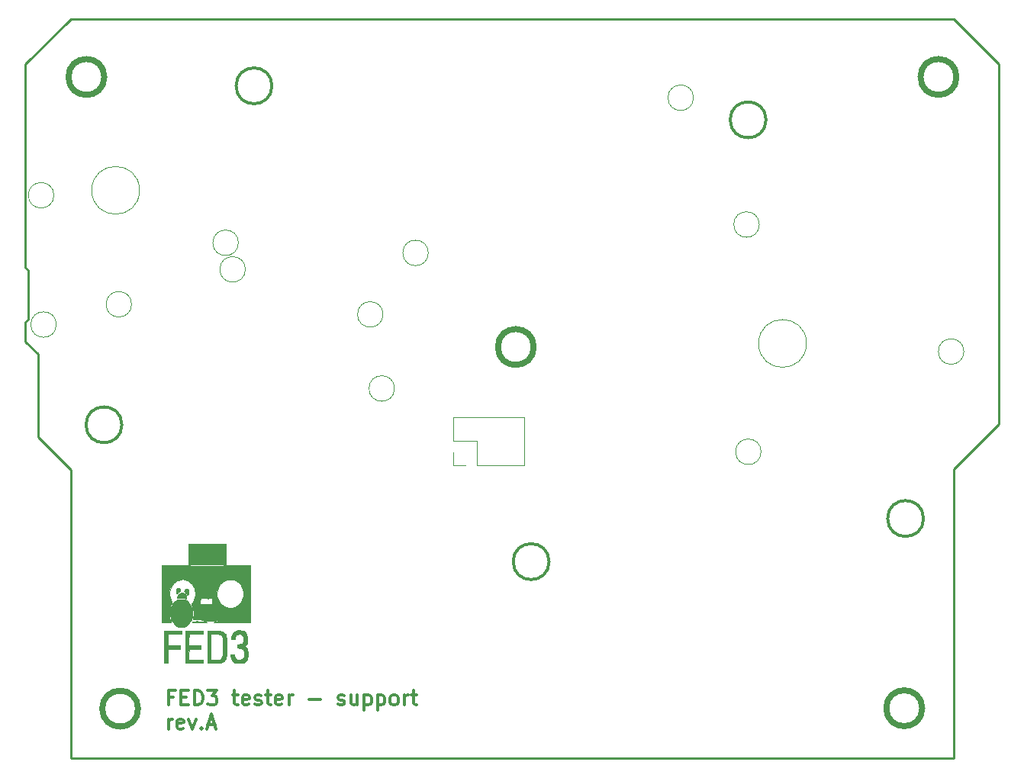
<source format=gbr>
%TF.GenerationSoftware,KiCad,Pcbnew,9.0.7*%
%TF.CreationDate,2026-02-04T16:30:55+00:00*%
%TF.ProjectId,FED3 tester - support,46454433-2074-4657-9374-6572202d2073,rev?*%
%TF.SameCoordinates,PX6146580PY6dc4960*%
%TF.FileFunction,Legend,Top*%
%TF.FilePolarity,Positive*%
%FSLAX46Y46*%
G04 Gerber Fmt 4.6, Leading zero omitted, Abs format (unit mm)*
G04 Created by KiCad (PCBNEW 9.0.7) date 2026-02-04 16:30:55*
%MOMM*%
%LPD*%
G01*
G04 APERTURE LIST*
%ADD10C,0.300000*%
%ADD11C,0.100000*%
%ADD12C,0.700000*%
%ADD13C,0.328168*%
%TA.AperFunction,Profile*%
%ADD14C,0.250000*%
%TD*%
G04 APERTURE END LIST*
D10*
X94641049Y26625000D02*
G75*
G02*
X90658951Y26625000I-1991049J0D01*
G01*
X90658951Y26625000D02*
G75*
G02*
X94641049Y26625000I1991049J0D01*
G01*
X53091049Y21833951D02*
G75*
G02*
X49108951Y21833951I-1991049J0D01*
G01*
X49108951Y21833951D02*
G75*
G02*
X53091049Y21833951I1991049J0D01*
G01*
D11*
X7651270Y63053600D02*
G75*
G02*
X2350930Y63053600I-2650170J0D01*
G01*
X2350930Y63053600D02*
G75*
G02*
X7651270Y63053600I2650170J0D01*
G01*
D10*
X5691049Y37025000D02*
G75*
G02*
X1708951Y37025000I-1991049J0D01*
G01*
X1708951Y37025000D02*
G75*
G02*
X5691049Y37025000I1991049J0D01*
G01*
D12*
X7491049Y5516049D02*
G75*
G02*
X3508951Y5516049I-1991049J0D01*
G01*
X3508951Y5516049D02*
G75*
G02*
X7491049Y5516049I1991049J0D01*
G01*
D11*
X81651119Y46053600D02*
G75*
G02*
X76351081Y46053600I-2650019J0D01*
G01*
X76351081Y46053600D02*
G75*
G02*
X81651119Y46053600I2650019J0D01*
G01*
D12*
X3741049Y75633951D02*
G75*
G02*
X-241049Y75633951I-1991049J0D01*
G01*
X-241049Y75633951D02*
G75*
G02*
X3741049Y75633951I1991049J0D01*
G01*
X51391049Y45660655D02*
G75*
G02*
X47408951Y45660655I-1991049J0D01*
G01*
X47408951Y45660655D02*
G75*
G02*
X51391049Y45660655I1991049J0D01*
G01*
X94491049Y5558951D02*
G75*
G02*
X90508951Y5558951I-1991049J0D01*
G01*
X90508951Y5558951D02*
G75*
G02*
X94491049Y5558951I1991049J0D01*
G01*
X98291049Y75633951D02*
G75*
G02*
X94308951Y75633951I-1991049J0D01*
G01*
X94308951Y75633951D02*
G75*
G02*
X98291049Y75633951I1991049J0D01*
G01*
D10*
X22341049Y74650000D02*
G75*
G02*
X18358951Y74650000I-1991049J0D01*
G01*
X18358951Y74650000D02*
G75*
G02*
X22341049Y74650000I1991049J0D01*
G01*
X77166049Y70875000D02*
G75*
G02*
X73183951Y70875000I-1991049J0D01*
G01*
X73183951Y70875000D02*
G75*
G02*
X77166049Y70875000I1991049J0D01*
G01*
D13*
X11403522Y6769021D02*
X10856576Y6769021D01*
X10856576Y5909533D02*
X10856576Y7550373D01*
X10856576Y7550373D02*
X11637928Y7550373D01*
X12263010Y6769021D02*
X12809956Y6769021D01*
X13044362Y5909533D02*
X12263010Y5909533D01*
X12263010Y5909533D02*
X12263010Y7550373D01*
X12263010Y7550373D02*
X13044362Y7550373D01*
X13747580Y5909533D02*
X13747580Y7550373D01*
X13747580Y7550373D02*
X14138256Y7550373D01*
X14138256Y7550373D02*
X14372662Y7472238D01*
X14372662Y7472238D02*
X14528932Y7315968D01*
X14528932Y7315968D02*
X14607067Y7159697D01*
X14607067Y7159697D02*
X14685203Y6847156D01*
X14685203Y6847156D02*
X14685203Y6612750D01*
X14685203Y6612750D02*
X14607067Y6300209D01*
X14607067Y6300209D02*
X14528932Y6143939D01*
X14528932Y6143939D02*
X14372662Y5987668D01*
X14372662Y5987668D02*
X14138256Y5909533D01*
X14138256Y5909533D02*
X13747580Y5909533D01*
X15232149Y7550373D02*
X16247907Y7550373D01*
X16247907Y7550373D02*
X15700961Y6925291D01*
X15700961Y6925291D02*
X15935366Y6925291D01*
X15935366Y6925291D02*
X16091637Y6847156D01*
X16091637Y6847156D02*
X16169772Y6769021D01*
X16169772Y6769021D02*
X16247907Y6612750D01*
X16247907Y6612750D02*
X16247907Y6222074D01*
X16247907Y6222074D02*
X16169772Y6065804D01*
X16169772Y6065804D02*
X16091637Y5987668D01*
X16091637Y5987668D02*
X15935366Y5909533D01*
X15935366Y5909533D02*
X15466555Y5909533D01*
X15466555Y5909533D02*
X15310284Y5987668D01*
X15310284Y5987668D02*
X15232149Y6065804D01*
X17966883Y7003427D02*
X18591965Y7003427D01*
X18201289Y7550373D02*
X18201289Y6143939D01*
X18201289Y6143939D02*
X18279424Y5987668D01*
X18279424Y5987668D02*
X18435694Y5909533D01*
X18435694Y5909533D02*
X18591965Y5909533D01*
X19763994Y5987668D02*
X19607723Y5909533D01*
X19607723Y5909533D02*
X19295182Y5909533D01*
X19295182Y5909533D02*
X19138912Y5987668D01*
X19138912Y5987668D02*
X19060776Y6143939D01*
X19060776Y6143939D02*
X19060776Y6769021D01*
X19060776Y6769021D02*
X19138912Y6925291D01*
X19138912Y6925291D02*
X19295182Y7003427D01*
X19295182Y7003427D02*
X19607723Y7003427D01*
X19607723Y7003427D02*
X19763994Y6925291D01*
X19763994Y6925291D02*
X19842129Y6769021D01*
X19842129Y6769021D02*
X19842129Y6612750D01*
X19842129Y6612750D02*
X19060776Y6456480D01*
X20467210Y5987668D02*
X20623481Y5909533D01*
X20623481Y5909533D02*
X20936022Y5909533D01*
X20936022Y5909533D02*
X21092292Y5987668D01*
X21092292Y5987668D02*
X21170428Y6143939D01*
X21170428Y6143939D02*
X21170428Y6222074D01*
X21170428Y6222074D02*
X21092292Y6378345D01*
X21092292Y6378345D02*
X20936022Y6456480D01*
X20936022Y6456480D02*
X20701616Y6456480D01*
X20701616Y6456480D02*
X20545346Y6534615D01*
X20545346Y6534615D02*
X20467210Y6690886D01*
X20467210Y6690886D02*
X20467210Y6769021D01*
X20467210Y6769021D02*
X20545346Y6925291D01*
X20545346Y6925291D02*
X20701616Y7003427D01*
X20701616Y7003427D02*
X20936022Y7003427D01*
X20936022Y7003427D02*
X21092292Y6925291D01*
X21639239Y7003427D02*
X22264321Y7003427D01*
X21873645Y7550373D02*
X21873645Y6143939D01*
X21873645Y6143939D02*
X21951780Y5987668D01*
X21951780Y5987668D02*
X22108050Y5909533D01*
X22108050Y5909533D02*
X22264321Y5909533D01*
X23436350Y5987668D02*
X23280079Y5909533D01*
X23280079Y5909533D02*
X22967538Y5909533D01*
X22967538Y5909533D02*
X22811268Y5987668D01*
X22811268Y5987668D02*
X22733132Y6143939D01*
X22733132Y6143939D02*
X22733132Y6769021D01*
X22733132Y6769021D02*
X22811268Y6925291D01*
X22811268Y6925291D02*
X22967538Y7003427D01*
X22967538Y7003427D02*
X23280079Y7003427D01*
X23280079Y7003427D02*
X23436350Y6925291D01*
X23436350Y6925291D02*
X23514485Y6769021D01*
X23514485Y6769021D02*
X23514485Y6612750D01*
X23514485Y6612750D02*
X22733132Y6456480D01*
X24217702Y5909533D02*
X24217702Y7003427D01*
X24217702Y6690886D02*
X24295837Y6847156D01*
X24295837Y6847156D02*
X24373972Y6925291D01*
X24373972Y6925291D02*
X24530243Y7003427D01*
X24530243Y7003427D02*
X24686513Y7003427D01*
X26483624Y6534615D02*
X27733788Y6534615D01*
X29687168Y5987668D02*
X29843439Y5909533D01*
X29843439Y5909533D02*
X30155980Y5909533D01*
X30155980Y5909533D02*
X30312250Y5987668D01*
X30312250Y5987668D02*
X30390386Y6143939D01*
X30390386Y6143939D02*
X30390386Y6222074D01*
X30390386Y6222074D02*
X30312250Y6378345D01*
X30312250Y6378345D02*
X30155980Y6456480D01*
X30155980Y6456480D02*
X29921574Y6456480D01*
X29921574Y6456480D02*
X29765304Y6534615D01*
X29765304Y6534615D02*
X29687168Y6690886D01*
X29687168Y6690886D02*
X29687168Y6769021D01*
X29687168Y6769021D02*
X29765304Y6925291D01*
X29765304Y6925291D02*
X29921574Y7003427D01*
X29921574Y7003427D02*
X30155980Y7003427D01*
X30155980Y7003427D02*
X30312250Y6925291D01*
X31796820Y7003427D02*
X31796820Y5909533D01*
X31093603Y7003427D02*
X31093603Y6143939D01*
X31093603Y6143939D02*
X31171738Y5987668D01*
X31171738Y5987668D02*
X31328008Y5909533D01*
X31328008Y5909533D02*
X31562414Y5909533D01*
X31562414Y5909533D02*
X31718685Y5987668D01*
X31718685Y5987668D02*
X31796820Y6065804D01*
X32578173Y7003427D02*
X32578173Y5362587D01*
X32578173Y6925291D02*
X32734443Y7003427D01*
X32734443Y7003427D02*
X33046984Y7003427D01*
X33046984Y7003427D02*
X33203255Y6925291D01*
X33203255Y6925291D02*
X33281390Y6847156D01*
X33281390Y6847156D02*
X33359525Y6690886D01*
X33359525Y6690886D02*
X33359525Y6222074D01*
X33359525Y6222074D02*
X33281390Y6065804D01*
X33281390Y6065804D02*
X33203255Y5987668D01*
X33203255Y5987668D02*
X33046984Y5909533D01*
X33046984Y5909533D02*
X32734443Y5909533D01*
X32734443Y5909533D02*
X32578173Y5987668D01*
X34062743Y7003427D02*
X34062743Y5362587D01*
X34062743Y6925291D02*
X34219013Y7003427D01*
X34219013Y7003427D02*
X34531554Y7003427D01*
X34531554Y7003427D02*
X34687825Y6925291D01*
X34687825Y6925291D02*
X34765960Y6847156D01*
X34765960Y6847156D02*
X34844095Y6690886D01*
X34844095Y6690886D02*
X34844095Y6222074D01*
X34844095Y6222074D02*
X34765960Y6065804D01*
X34765960Y6065804D02*
X34687825Y5987668D01*
X34687825Y5987668D02*
X34531554Y5909533D01*
X34531554Y5909533D02*
X34219013Y5909533D01*
X34219013Y5909533D02*
X34062743Y5987668D01*
X35781718Y5909533D02*
X35625448Y5987668D01*
X35625448Y5987668D02*
X35547313Y6065804D01*
X35547313Y6065804D02*
X35469177Y6222074D01*
X35469177Y6222074D02*
X35469177Y6690886D01*
X35469177Y6690886D02*
X35547313Y6847156D01*
X35547313Y6847156D02*
X35625448Y6925291D01*
X35625448Y6925291D02*
X35781718Y7003427D01*
X35781718Y7003427D02*
X36016124Y7003427D01*
X36016124Y7003427D02*
X36172395Y6925291D01*
X36172395Y6925291D02*
X36250530Y6847156D01*
X36250530Y6847156D02*
X36328665Y6690886D01*
X36328665Y6690886D02*
X36328665Y6222074D01*
X36328665Y6222074D02*
X36250530Y6065804D01*
X36250530Y6065804D02*
X36172395Y5987668D01*
X36172395Y5987668D02*
X36016124Y5909533D01*
X36016124Y5909533D02*
X35781718Y5909533D01*
X37031883Y5909533D02*
X37031883Y7003427D01*
X37031883Y6690886D02*
X37110018Y6847156D01*
X37110018Y6847156D02*
X37188153Y6925291D01*
X37188153Y6925291D02*
X37344424Y7003427D01*
X37344424Y7003427D02*
X37500694Y7003427D01*
X37813235Y7003427D02*
X38438317Y7003427D01*
X38047641Y7550373D02*
X38047641Y6143939D01*
X38047641Y6143939D02*
X38125776Y5987668D01*
X38125776Y5987668D02*
X38282046Y5909533D01*
X38282046Y5909533D02*
X38438317Y5909533D01*
X10856576Y3267872D02*
X10856576Y4361766D01*
X10856576Y4049225D02*
X10934711Y4205495D01*
X10934711Y4205495D02*
X11012846Y4283630D01*
X11012846Y4283630D02*
X11169117Y4361766D01*
X11169117Y4361766D02*
X11325387Y4361766D01*
X12497416Y3346007D02*
X12341145Y3267872D01*
X12341145Y3267872D02*
X12028604Y3267872D01*
X12028604Y3267872D02*
X11872334Y3346007D01*
X11872334Y3346007D02*
X11794198Y3502278D01*
X11794198Y3502278D02*
X11794198Y4127360D01*
X11794198Y4127360D02*
X11872334Y4283630D01*
X11872334Y4283630D02*
X12028604Y4361766D01*
X12028604Y4361766D02*
X12341145Y4361766D01*
X12341145Y4361766D02*
X12497416Y4283630D01*
X12497416Y4283630D02*
X12575551Y4127360D01*
X12575551Y4127360D02*
X12575551Y3971089D01*
X12575551Y3971089D02*
X11794198Y3814819D01*
X13122497Y4361766D02*
X13513173Y3267872D01*
X13513173Y3267872D02*
X13903850Y4361766D01*
X14528932Y3424143D02*
X14607067Y3346007D01*
X14607067Y3346007D02*
X14528932Y3267872D01*
X14528932Y3267872D02*
X14450796Y3346007D01*
X14450796Y3346007D02*
X14528932Y3424143D01*
X14528932Y3424143D02*
X14528932Y3267872D01*
X15232148Y3736684D02*
X16013501Y3736684D01*
X15075878Y3267872D02*
X15622825Y4908712D01*
X15622825Y4908712D02*
X16169771Y3267872D01*
D11*
%TO.C,TP6*%
X35941197Y41053600D02*
G75*
G02*
X33111003Y41053600I-1415097J0D01*
G01*
X33111003Y41053600D02*
G75*
G02*
X35941197Y41053600I1415097J0D01*
G01*
%TO.C,TP3*%
X18616197Y57228600D02*
G75*
G02*
X15786003Y57228600I-1415097J0D01*
G01*
X15786003Y57228600D02*
G75*
G02*
X18616197Y57228600I1415097J0D01*
G01*
%TO.C,TP11*%
X19391197Y54278600D02*
G75*
G02*
X16561003Y54278600I-1415097J0D01*
G01*
X16561003Y54278600D02*
G75*
G02*
X19391197Y54278600I1415097J0D01*
G01*
%TO.C,TP12*%
X34666197Y49278600D02*
G75*
G02*
X31836003Y49278600I-1415097J0D01*
G01*
X31836003Y49278600D02*
G75*
G02*
X34666197Y49278600I1415097J0D01*
G01*
%TO.C,TP7*%
X99116197Y45153600D02*
G75*
G02*
X96286003Y45153600I-1415097J0D01*
G01*
X96286003Y45153600D02*
G75*
G02*
X99116197Y45153600I1415097J0D01*
G01*
%TO.C,TP10*%
X-1858803Y62503600D02*
G75*
G02*
X-4688997Y62503600I-1415097J0D01*
G01*
X-4688997Y62503600D02*
G75*
G02*
X-1858803Y62503600I1415097J0D01*
G01*
%TO.C,TP8*%
X76416197Y59253600D02*
G75*
G02*
X73586003Y59253600I-1415097J0D01*
G01*
X73586003Y59253600D02*
G75*
G02*
X76416197Y59253600I1415097J0D01*
G01*
%TO.C,TP9*%
X-1583803Y48153600D02*
G75*
G02*
X-4413997Y48153600I-1415097J0D01*
G01*
X-4413997Y48153600D02*
G75*
G02*
X-1583803Y48153600I1415097J0D01*
G01*
%TO.C,TP4*%
X6766197Y50403600D02*
G75*
G02*
X3936003Y50403600I-1415097J0D01*
G01*
X3936003Y50403600D02*
G75*
G02*
X6766197Y50403600I1415097J0D01*
G01*
%TO.C,TP2*%
X76616197Y34028600D02*
G75*
G02*
X73786003Y34028600I-1415097J0D01*
G01*
X73786003Y34028600D02*
G75*
G02*
X76616197Y34028600I1415097J0D01*
G01*
%TO.C,J2*%
X42459050Y37863857D02*
X50299050Y37863857D01*
X42459050Y35213857D02*
X42459050Y37863857D01*
X42459050Y32563857D02*
X42459050Y33943857D01*
X43839050Y32563857D02*
X42459050Y32563857D01*
X45109050Y35213857D02*
X42459050Y35213857D01*
X45109050Y32563857D02*
X45109050Y35213857D01*
X45109050Y32563857D02*
X50299050Y32563857D01*
X50299050Y32563857D02*
X50299050Y37863857D01*
%TO.C,TP5*%
X69116197Y73328600D02*
G75*
G02*
X66286003Y73328600I-1415097J0D01*
G01*
X66286003Y73328600D02*
G75*
G02*
X69116197Y73328600I1415097J0D01*
G01*
%TO.C,TP13*%
X39691197Y56103600D02*
G75*
G02*
X36861003Y56103600I-1415097J0D01*
G01*
X36861003Y56103600D02*
G75*
G02*
X39691197Y56103600I1415097J0D01*
G01*
%TO.C,G\u002A\u002A\u002A*%
X15239789Y17747141D02*
X15223973Y17731325D01*
X15208157Y17747141D01*
X15223973Y17762956D01*
X15239789Y17747141D01*
G36*
X15239789Y17747141D02*
G01*
X15223973Y17731325D01*
X15208157Y17747141D01*
X15223973Y17762956D01*
X15239789Y17747141D01*
G37*
X16916252Y22523479D02*
X16916252Y21527091D01*
X15129079Y21527091D01*
X13341906Y21527091D01*
X13341906Y22523479D01*
X13341906Y23519868D01*
X15129079Y23519868D01*
X16916252Y23519868D01*
X16916252Y22523479D01*
G36*
X16916252Y22523479D02*
G01*
X16916252Y21527091D01*
X15129079Y21527091D01*
X13341906Y21527091D01*
X13341906Y22523479D01*
X13341906Y23519868D01*
X15129079Y23519868D01*
X16916252Y23519868D01*
X16916252Y22523479D01*
G37*
X12055857Y18911553D02*
X12134478Y18845437D01*
X12169401Y18733735D01*
X12171544Y18688374D01*
X12165797Y18598341D01*
X12140869Y18547987D01*
X12085237Y18514193D01*
X12084558Y18513892D01*
X11984240Y18458286D01*
X11926873Y18393185D01*
X11909808Y18356045D01*
X11866425Y18310919D01*
X11804742Y18304380D01*
X11754651Y18337408D01*
X11747905Y18350724D01*
X11731144Y18441931D01*
X11729966Y18566632D01*
X11742827Y18697421D01*
X11768184Y18806893D01*
X11774538Y18823624D01*
X11813760Y18897514D01*
X11863829Y18928019D01*
X11932333Y18933317D01*
X12055857Y18911553D01*
G36*
X12055857Y18911553D02*
G01*
X12134478Y18845437D01*
X12169401Y18733735D01*
X12171544Y18688374D01*
X12165797Y18598341D01*
X12140869Y18547987D01*
X12085237Y18514193D01*
X12084558Y18513892D01*
X11984240Y18458286D01*
X11926873Y18393185D01*
X11909808Y18356045D01*
X11866425Y18310919D01*
X11804742Y18304380D01*
X11754651Y18337408D01*
X11747905Y18350724D01*
X11731144Y18441931D01*
X11729966Y18566632D01*
X11742827Y18697421D01*
X11768184Y18806893D01*
X11774538Y18823624D01*
X11813760Y18897514D01*
X11863829Y18928019D01*
X11932333Y18933317D01*
X12055857Y18911553D01*
G37*
X12988306Y18790879D02*
X13063935Y18738264D01*
X13106140Y18641637D01*
X13120388Y18493686D01*
X13120486Y18476861D01*
X13108565Y18332198D01*
X13075647Y18221993D01*
X13025995Y18156690D01*
X12984259Y18143269D01*
X12946659Y18165847D01*
X12880928Y18225033D01*
X12799789Y18309132D01*
X12780449Y18330587D01*
X12701635Y18425522D01*
X12643067Y18508233D01*
X12615310Y18563481D01*
X12614384Y18570112D01*
X12631922Y18630724D01*
X12674662Y18707544D01*
X12679800Y18714923D01*
X12737605Y18777690D01*
X12808360Y18803341D01*
X12873786Y18806792D01*
X12988306Y18790879D01*
G36*
X12988306Y18790879D02*
G01*
X13063935Y18738264D01*
X13106140Y18641637D01*
X13120388Y18493686D01*
X13120486Y18476861D01*
X13108565Y18332198D01*
X13075647Y18221993D01*
X13025995Y18156690D01*
X12984259Y18143269D01*
X12946659Y18165847D01*
X12880928Y18225033D01*
X12799789Y18309132D01*
X12780449Y18330587D01*
X12701635Y18425522D01*
X12643067Y18508233D01*
X12615310Y18563481D01*
X12614384Y18570112D01*
X12631922Y18630724D01*
X12674662Y18707544D01*
X12679800Y18714923D01*
X12737605Y18777690D01*
X12808360Y18803341D01*
X12873786Y18806792D01*
X12988306Y18790879D01*
G37*
X14211785Y15214961D02*
X14405933Y15207774D01*
X14596880Y15196517D01*
X14774357Y15181664D01*
X14928092Y15163689D01*
X15047816Y15143067D01*
X15123257Y15120273D01*
X15144894Y15099625D01*
X15114648Y15092828D01*
X15029445Y15086720D01*
X14897591Y15081557D01*
X14727390Y15077594D01*
X14527147Y15075088D01*
X14322478Y15074289D01*
X14101849Y15075310D01*
X13903583Y15078185D01*
X13735984Y15082636D01*
X13607358Y15088380D01*
X13526009Y15095139D01*
X13500063Y15102047D01*
X13521817Y15142528D01*
X13552509Y15173218D01*
X13608601Y15193505D01*
X13712845Y15207349D01*
X13854971Y15215223D01*
X14024708Y15217602D01*
X14211785Y15214961D01*
G36*
X14211785Y15214961D02*
G01*
X14405933Y15207774D01*
X14596880Y15196517D01*
X14774357Y15181664D01*
X14928092Y15163689D01*
X15047816Y15143067D01*
X15123257Y15120273D01*
X15144894Y15099625D01*
X15114648Y15092828D01*
X15029445Y15086720D01*
X14897591Y15081557D01*
X14727390Y15077594D01*
X14527147Y15075088D01*
X14322478Y15074289D01*
X14101849Y15075310D01*
X13903583Y15078185D01*
X13735984Y15082636D01*
X13607358Y15088380D01*
X13526009Y15095139D01*
X13500063Y15102047D01*
X13521817Y15142528D01*
X13552509Y15173218D01*
X13608601Y15193505D01*
X13712845Y15207349D01*
X13854971Y15215223D01*
X14024708Y15217602D01*
X14211785Y15214961D01*
G37*
X14670424Y13998822D02*
X14670424Y13809034D01*
X14472728Y13806118D01*
X14375009Y13805096D01*
X14229094Y13804106D01*
X14050050Y13803226D01*
X13852943Y13802531D01*
X13701285Y13802176D01*
X13127538Y13801150D01*
X13122446Y13172464D01*
X13117355Y12543778D01*
X13783179Y12543778D01*
X14449004Y12543778D01*
X14449004Y12353990D01*
X14449004Y12164202D01*
X13788371Y12164202D01*
X13127738Y12164202D01*
X13122522Y11547390D01*
X13117307Y10930578D01*
X13893865Y10930578D01*
X14670424Y10930578D01*
X14670424Y10756605D01*
X14670424Y10582633D01*
X13705667Y10582633D01*
X12740909Y10582633D01*
X12740909Y12385621D01*
X12740909Y14188610D01*
X13705667Y14188610D01*
X14670424Y14188610D01*
X14670424Y13998822D01*
G36*
X14670424Y13998822D02*
G01*
X14670424Y13809034D01*
X14472728Y13806118D01*
X14375009Y13805096D01*
X14229094Y13804106D01*
X14050050Y13803226D01*
X13852943Y13802531D01*
X13701285Y13802176D01*
X13127538Y13801150D01*
X13122446Y13172464D01*
X13117355Y12543778D01*
X13783179Y12543778D01*
X14449004Y12543778D01*
X14449004Y12353990D01*
X14449004Y12164202D01*
X13788371Y12164202D01*
X13127738Y12164202D01*
X13122522Y11547390D01*
X13117307Y10930578D01*
X13893865Y10930578D01*
X14670424Y10930578D01*
X14670424Y10756605D01*
X14670424Y10582633D01*
X13705667Y10582633D01*
X12740909Y10582633D01*
X12740909Y12385621D01*
X12740909Y14188610D01*
X13705667Y14188610D01*
X14670424Y14188610D01*
X14670424Y13998822D01*
G37*
X12298080Y13990914D02*
X12298090Y13793218D01*
X11542407Y13799567D01*
X10786724Y13805916D01*
X10781702Y13159032D01*
X10776679Y12512147D01*
X11458296Y12512147D01*
X12139913Y12512147D01*
X12139913Y12322359D01*
X12139913Y12132570D01*
X11463353Y12132570D01*
X11228611Y12131724D01*
X11050968Y12128945D01*
X10924278Y12123873D01*
X10842398Y12116148D01*
X10799183Y12105411D01*
X10788261Y12093031D01*
X10788472Y12051256D01*
X10788264Y11955643D01*
X10787679Y11815614D01*
X10786760Y11640593D01*
X10785549Y11440002D01*
X10784747Y11318062D01*
X10779764Y10582633D01*
X10589975Y10582633D01*
X10400187Y10582633D01*
X10400187Y12385621D01*
X10400187Y14188610D01*
X11349129Y14188610D01*
X12298070Y14188610D01*
X12298080Y13990914D01*
G36*
X12298080Y13990914D02*
G01*
X12298090Y13793218D01*
X11542407Y13799567D01*
X10786724Y13805916D01*
X10781702Y13159032D01*
X10776679Y12512147D01*
X11458296Y12512147D01*
X12139913Y12512147D01*
X12139913Y12322359D01*
X12139913Y12132570D01*
X11463353Y12132570D01*
X11228611Y12131724D01*
X11050968Y12128945D01*
X10924278Y12123873D01*
X10842398Y12116148D01*
X10799183Y12105411D01*
X10788261Y12093031D01*
X10788472Y12051256D01*
X10788264Y11955643D01*
X10787679Y11815614D01*
X10786760Y11640593D01*
X10785549Y11440002D01*
X10784747Y11318062D01*
X10779764Y10582633D01*
X10589975Y10582633D01*
X10400187Y10582633D01*
X10400187Y12385621D01*
X10400187Y14188610D01*
X11349129Y14188610D01*
X12298070Y14188610D01*
X12298080Y13990914D01*
G37*
X12482889Y18357018D02*
X12588037Y18337725D01*
X12639289Y18304597D01*
X12646015Y18281185D01*
X12671364Y18242327D01*
X12692819Y18237427D01*
X12741446Y18208961D01*
X12790776Y18135109D01*
X12833136Y18033191D01*
X12860853Y17920528D01*
X12867435Y17843295D01*
X12856500Y17743909D01*
X12820477Y17700902D01*
X12754538Y17712049D01*
X12679519Y17756708D01*
X12623383Y17784062D01*
X12541614Y17800804D01*
X12420495Y17808874D01*
X12299942Y17810403D01*
X12157446Y17807596D01*
X12029994Y17800078D01*
X11937056Y17789209D01*
X11910586Y17783251D01*
X11853236Y17769671D01*
X11829003Y17787630D01*
X11823655Y17851527D01*
X11823599Y17871253D01*
X11835602Y17980938D01*
X11866577Y18085014D01*
X11908976Y18165534D01*
X11955247Y18204552D01*
X11964326Y18205796D01*
X12007303Y18229850D01*
X12013388Y18252130D01*
X12043108Y18309495D01*
X12130625Y18346709D01*
X12273476Y18362876D01*
X12319714Y18363521D01*
X12482889Y18357018D01*
G36*
X12482889Y18357018D02*
G01*
X12588037Y18337725D01*
X12639289Y18304597D01*
X12646015Y18281185D01*
X12671364Y18242327D01*
X12692819Y18237427D01*
X12741446Y18208961D01*
X12790776Y18135109D01*
X12833136Y18033191D01*
X12860853Y17920528D01*
X12867435Y17843295D01*
X12856500Y17743909D01*
X12820477Y17700902D01*
X12754538Y17712049D01*
X12679519Y17756708D01*
X12623383Y17784062D01*
X12541614Y17800804D01*
X12420495Y17808874D01*
X12299942Y17810403D01*
X12157446Y17807596D01*
X12029994Y17800078D01*
X11937056Y17789209D01*
X11910586Y17783251D01*
X11853236Y17769671D01*
X11829003Y17787630D01*
X11823655Y17851527D01*
X11823599Y17871253D01*
X11835602Y17980938D01*
X11866577Y18085014D01*
X11908976Y18165534D01*
X11955247Y18204552D01*
X11964326Y18205796D01*
X12007303Y18229850D01*
X12013388Y18252130D01*
X12043108Y18309495D01*
X12130625Y18346709D01*
X12273476Y18362876D01*
X12319714Y18363521D01*
X12482889Y18357018D01*
G37*
X12494003Y17664621D02*
X12574287Y17651455D01*
X12650673Y17624846D01*
X12733064Y17586539D01*
X12961684Y17439901D01*
X13154987Y17240833D01*
X13312882Y16989452D01*
X13435275Y16685878D01*
X13437817Y16677821D01*
X13476379Y16502510D01*
X13498084Y16290499D01*
X13502965Y16062914D01*
X13491059Y15840881D01*
X13462398Y15645526D01*
X13435966Y15546285D01*
X13381434Y15402230D01*
X13319828Y15267559D01*
X13257965Y15154621D01*
X13202663Y15075763D01*
X13160738Y15043332D01*
X13158158Y15043113D01*
X13130864Y15026627D01*
X13134380Y15014135D01*
X13125707Y14972817D01*
X13074442Y14908959D01*
X12992110Y14832789D01*
X12890234Y14754536D01*
X12780335Y14684431D01*
X12736343Y14660776D01*
X12636316Y14614193D01*
X12548762Y14586459D01*
X12450497Y14572964D01*
X12318340Y14569099D01*
X12275248Y14569104D01*
X12134715Y14571634D01*
X12033373Y14581903D01*
X11947183Y14605597D01*
X11852109Y14648400D01*
X11779383Y14686375D01*
X11673725Y14748345D01*
X11592141Y14806742D01*
X11549597Y14850602D01*
X11547131Y14856506D01*
X11507874Y14910874D01*
X11480637Y14924665D01*
X11430466Y14963339D01*
X11366152Y15048348D01*
X11295193Y15166578D01*
X11225088Y15304919D01*
X11163335Y15450257D01*
X11136021Y15527279D01*
X11100361Y15652876D01*
X11078357Y15777908D01*
X11067295Y15924044D01*
X11064446Y16098642D01*
X11087766Y16450170D01*
X11156850Y16765077D01*
X11270387Y17040603D01*
X11427064Y17273992D01*
X11625571Y17462486D01*
X11753365Y17546746D01*
X11845522Y17596252D01*
X11926178Y17628038D01*
X12015614Y17646918D01*
X12134112Y17657706D01*
X12242777Y17662923D01*
X12390081Y17667418D01*
X12494003Y17664621D01*
G36*
X12494003Y17664621D02*
G01*
X12574287Y17651455D01*
X12650673Y17624846D01*
X12733064Y17586539D01*
X12961684Y17439901D01*
X13154987Y17240833D01*
X13312882Y16989452D01*
X13435275Y16685878D01*
X13437817Y16677821D01*
X13476379Y16502510D01*
X13498084Y16290499D01*
X13502965Y16062914D01*
X13491059Y15840881D01*
X13462398Y15645526D01*
X13435966Y15546285D01*
X13381434Y15402230D01*
X13319828Y15267559D01*
X13257965Y15154621D01*
X13202663Y15075763D01*
X13160738Y15043332D01*
X13158158Y15043113D01*
X13130864Y15026627D01*
X13134380Y15014135D01*
X13125707Y14972817D01*
X13074442Y14908959D01*
X12992110Y14832789D01*
X12890234Y14754536D01*
X12780335Y14684431D01*
X12736343Y14660776D01*
X12636316Y14614193D01*
X12548762Y14586459D01*
X12450497Y14572964D01*
X12318340Y14569099D01*
X12275248Y14569104D01*
X12134715Y14571634D01*
X12033373Y14581903D01*
X11947183Y14605597D01*
X11852109Y14648400D01*
X11779383Y14686375D01*
X11673725Y14748345D01*
X11592141Y14806742D01*
X11549597Y14850602D01*
X11547131Y14856506D01*
X11507874Y14910874D01*
X11480637Y14924665D01*
X11430466Y14963339D01*
X11366152Y15048348D01*
X11295193Y15166578D01*
X11225088Y15304919D01*
X11163335Y15450257D01*
X11136021Y15527279D01*
X11100361Y15652876D01*
X11078357Y15777908D01*
X11067295Y15924044D01*
X11064446Y16098642D01*
X11087766Y16450170D01*
X11156850Y16765077D01*
X11270387Y17040603D01*
X11427064Y17273992D01*
X11625571Y17462486D01*
X11753365Y17546746D01*
X11845522Y17596252D01*
X11926178Y17628038D01*
X12015614Y17646918D01*
X12134112Y17657706D01*
X12242777Y17662923D01*
X12390081Y17667418D01*
X12494003Y17664621D01*
G37*
X15880324Y14180511D02*
X16121657Y14174178D01*
X16309702Y14167117D01*
X16454432Y14158433D01*
X16565823Y14147232D01*
X16653848Y14132620D01*
X16728482Y14113703D01*
X16768078Y14100918D01*
X16933937Y14027566D01*
X17054316Y13939668D01*
X17120694Y13843594D01*
X17123589Y13835203D01*
X17152868Y13796447D01*
X17176468Y13797646D01*
X17195832Y13798854D01*
X17189490Y13784475D01*
X17188017Y13741532D01*
X17197564Y13732038D01*
X17225586Y13692919D01*
X17248473Y13611360D01*
X17266419Y13484218D01*
X17279619Y13308351D01*
X17288268Y13080618D01*
X17292561Y12797876D01*
X17292693Y12456983D01*
X17290899Y12227464D01*
X17287538Y11921644D01*
X17283525Y11671962D01*
X17277601Y11471299D01*
X17268506Y11312532D01*
X17254981Y11188543D01*
X17235768Y11092209D01*
X17209606Y11016410D01*
X17175237Y10954024D01*
X17131401Y10897932D01*
X17076840Y10841012D01*
X17039233Y10804279D01*
X16964368Y10738676D01*
X16884913Y10687163D01*
X16792323Y10648109D01*
X16678052Y10619884D01*
X16533556Y10600857D01*
X16350289Y10589397D01*
X16119706Y10583876D01*
X15877544Y10582633D01*
X15176526Y10582633D01*
X15176526Y10958276D01*
X15554354Y10958276D01*
X16067010Y10964643D01*
X16579666Y10971011D01*
X16697733Y11087903D01*
X16759259Y11154622D01*
X16808188Y11224843D01*
X16845927Y11306505D01*
X16873879Y11407547D01*
X16893452Y11535910D01*
X16906049Y11699532D01*
X16913077Y11906352D01*
X16915941Y12164311D01*
X16916252Y12322290D01*
X16914497Y12634558D01*
X16908781Y12890217D01*
X16898423Y13095836D01*
X16882744Y13257985D01*
X16861065Y13383232D01*
X16832705Y13478146D01*
X16796985Y13549296D01*
X16787930Y13562609D01*
X16745480Y13631484D01*
X16726530Y13681378D01*
X16726464Y13683094D01*
X16706565Y13701764D01*
X16690034Y13695358D01*
X16642889Y13697123D01*
X16618863Y13717215D01*
X16601655Y13736828D01*
X16579003Y13751565D01*
X16541626Y13762634D01*
X16480247Y13771239D01*
X16385585Y13778588D01*
X16248360Y13785886D01*
X16059293Y13794340D01*
X16008691Y13796523D01*
X15559786Y13815857D01*
X15557070Y12387067D01*
X15554354Y10958276D01*
X15176526Y10958276D01*
X15176526Y12389701D01*
X15176526Y14196769D01*
X15880324Y14180511D01*
G36*
X15880324Y14180511D02*
G01*
X16121657Y14174178D01*
X16309702Y14167117D01*
X16454432Y14158433D01*
X16565823Y14147232D01*
X16653848Y14132620D01*
X16728482Y14113703D01*
X16768078Y14100918D01*
X16933937Y14027566D01*
X17054316Y13939668D01*
X17120694Y13843594D01*
X17123589Y13835203D01*
X17152868Y13796447D01*
X17176468Y13797646D01*
X17195832Y13798854D01*
X17189490Y13784475D01*
X17188017Y13741532D01*
X17197564Y13732038D01*
X17225586Y13692919D01*
X17248473Y13611360D01*
X17266419Y13484218D01*
X17279619Y13308351D01*
X17288268Y13080618D01*
X17292561Y12797876D01*
X17292693Y12456983D01*
X17290899Y12227464D01*
X17287538Y11921644D01*
X17283525Y11671962D01*
X17277601Y11471299D01*
X17268506Y11312532D01*
X17254981Y11188543D01*
X17235768Y11092209D01*
X17209606Y11016410D01*
X17175237Y10954024D01*
X17131401Y10897932D01*
X17076840Y10841012D01*
X17039233Y10804279D01*
X16964368Y10738676D01*
X16884913Y10687163D01*
X16792323Y10648109D01*
X16678052Y10619884D01*
X16533556Y10600857D01*
X16350289Y10589397D01*
X16119706Y10583876D01*
X15877544Y10582633D01*
X15176526Y10582633D01*
X15176526Y10958276D01*
X15554354Y10958276D01*
X16067010Y10964643D01*
X16579666Y10971011D01*
X16697733Y11087903D01*
X16759259Y11154622D01*
X16808188Y11224843D01*
X16845927Y11306505D01*
X16873879Y11407547D01*
X16893452Y11535910D01*
X16906049Y11699532D01*
X16913077Y11906352D01*
X16915941Y12164311D01*
X16916252Y12322290D01*
X16914497Y12634558D01*
X16908781Y12890217D01*
X16898423Y13095836D01*
X16882744Y13257985D01*
X16861065Y13383232D01*
X16832705Y13478146D01*
X16796985Y13549296D01*
X16787930Y13562609D01*
X16745480Y13631484D01*
X16726530Y13681378D01*
X16726464Y13683094D01*
X16706565Y13701764D01*
X16690034Y13695358D01*
X16642889Y13697123D01*
X16618863Y13717215D01*
X16601655Y13736828D01*
X16579003Y13751565D01*
X16541626Y13762634D01*
X16480247Y13771239D01*
X16385585Y13778588D01*
X16248360Y13785886D01*
X16059293Y13794340D01*
X16008691Y13796523D01*
X15559786Y13815857D01*
X15557070Y12387067D01*
X15554354Y10958276D01*
X15176526Y10958276D01*
X15176526Y12389701D01*
X15176526Y14196769D01*
X15880324Y14180511D01*
G37*
X18959874Y14199355D02*
X19128323Y14155797D01*
X19179569Y14133125D01*
X19328301Y14035248D01*
X19449474Y13914304D01*
X19528250Y13786095D01*
X19541719Y13747430D01*
X19553418Y13673881D01*
X19563147Y13552906D01*
X19569992Y13400331D01*
X19573038Y13231984D01*
X19573112Y13204479D01*
X19573288Y12773897D01*
X19475765Y12650930D01*
X19403579Y12569544D01*
X19333991Y12506150D01*
X19309701Y12489544D01*
X19271463Y12461121D01*
X19278271Y12450005D01*
X19342725Y12423176D01*
X19422743Y12355894D01*
X19503646Y12263274D01*
X19570759Y12160430D01*
X19583114Y12136052D01*
X19611911Y12068118D01*
X19631529Y11997956D01*
X19643661Y11911565D01*
X19650000Y11794944D01*
X19652238Y11634091D01*
X19652366Y11563205D01*
X19651414Y11386280D01*
X19647351Y11258819D01*
X19638368Y11167037D01*
X19622655Y11097149D01*
X19598402Y11035369D01*
X19577626Y10993841D01*
X19481910Y10835869D01*
X19377704Y10721338D01*
X19252834Y10643529D01*
X19095130Y10595724D01*
X18892419Y10571203D01*
X18803734Y10566694D01*
X18651514Y10563818D01*
X18508622Y10566099D01*
X18396224Y10572982D01*
X18355480Y10578451D01*
X18200294Y10624160D01*
X18067159Y10694154D01*
X17969928Y10779183D01*
X17923039Y10867201D01*
X17889984Y10929623D01*
X17873448Y10946279D01*
X17844931Y10996556D01*
X17816256Y11090760D01*
X17791554Y11209699D01*
X17774960Y11334182D01*
X17770299Y11425182D01*
X17770299Y11531574D01*
X17958868Y11531574D01*
X18147437Y11531574D01*
X18181368Y11397141D01*
X18215616Y11281313D01*
X18261693Y11171281D01*
X18322147Y11054650D01*
X18378841Y11007167D01*
X18479884Y10970755D01*
X18606857Y10948589D01*
X18741340Y10943844D01*
X18864916Y10959694D01*
X18868268Y10960522D01*
X19003392Y11006847D01*
X19099249Y11075942D01*
X19177183Y11185040D01*
X19200603Y11228819D01*
X19231615Y11300461D01*
X19249106Y11376713D01*
X19255305Y11475967D01*
X19252443Y11616617D01*
X19251209Y11646143D01*
X19240821Y11803915D01*
X19224572Y11910244D01*
X19200244Y11976844D01*
X19184420Y11998835D01*
X19142909Y12058142D01*
X19130449Y12095522D01*
X19105861Y12130402D01*
X19093400Y12132570D01*
X19042797Y12152132D01*
X18999321Y12184182D01*
X18925001Y12219678D01*
X18796572Y12244396D01*
X18720055Y12251695D01*
X18497821Y12267596D01*
X18497821Y12448628D01*
X18497821Y12629660D01*
X18687416Y12649477D01*
X18864325Y12676402D01*
X18989992Y12718054D01*
X19075834Y12780451D01*
X19133268Y12869610D01*
X19141365Y12888702D01*
X19183708Y13062144D01*
X19189381Y13263809D01*
X19158222Y13470255D01*
X19145702Y13516378D01*
X19073156Y13664458D01*
X18962394Y13767259D01*
X18822658Y13821332D01*
X18663190Y13823229D01*
X18493233Y13769502D01*
X18482005Y13763984D01*
X18401212Y13721135D01*
X18354534Y13691876D01*
X18350152Y13683497D01*
X18352450Y13659541D01*
X18325817Y13601079D01*
X18313268Y13579706D01*
X18262769Y13473779D01*
X18228561Y13360776D01*
X18228090Y13358286D01*
X18206098Y13239669D01*
X17999715Y13239669D01*
X17793332Y13239669D01*
X17813620Y13387686D01*
X17866342Y13639767D01*
X17950385Y13840131D01*
X18069569Y13994035D01*
X18227714Y14106735D01*
X18382211Y14169934D01*
X18564137Y14207471D01*
X18764252Y14216928D01*
X18959874Y14199355D01*
G36*
X18959874Y14199355D02*
G01*
X19128323Y14155797D01*
X19179569Y14133125D01*
X19328301Y14035248D01*
X19449474Y13914304D01*
X19528250Y13786095D01*
X19541719Y13747430D01*
X19553418Y13673881D01*
X19563147Y13552906D01*
X19569992Y13400331D01*
X19573038Y13231984D01*
X19573112Y13204479D01*
X19573288Y12773897D01*
X19475765Y12650930D01*
X19403579Y12569544D01*
X19333991Y12506150D01*
X19309701Y12489544D01*
X19271463Y12461121D01*
X19278271Y12450005D01*
X19342725Y12423176D01*
X19422743Y12355894D01*
X19503646Y12263274D01*
X19570759Y12160430D01*
X19583114Y12136052D01*
X19611911Y12068118D01*
X19631529Y11997956D01*
X19643661Y11911565D01*
X19650000Y11794944D01*
X19652238Y11634091D01*
X19652366Y11563205D01*
X19651414Y11386280D01*
X19647351Y11258819D01*
X19638368Y11167037D01*
X19622655Y11097149D01*
X19598402Y11035369D01*
X19577626Y10993841D01*
X19481910Y10835869D01*
X19377704Y10721338D01*
X19252834Y10643529D01*
X19095130Y10595724D01*
X18892419Y10571203D01*
X18803734Y10566694D01*
X18651514Y10563818D01*
X18508622Y10566099D01*
X18396224Y10572982D01*
X18355480Y10578451D01*
X18200294Y10624160D01*
X18067159Y10694154D01*
X17969928Y10779183D01*
X17923039Y10867201D01*
X17889984Y10929623D01*
X17873448Y10946279D01*
X17844931Y10996556D01*
X17816256Y11090760D01*
X17791554Y11209699D01*
X17774960Y11334182D01*
X17770299Y11425182D01*
X17770299Y11531574D01*
X17958868Y11531574D01*
X18147437Y11531574D01*
X18181368Y11397141D01*
X18215616Y11281313D01*
X18261693Y11171281D01*
X18322147Y11054650D01*
X18378841Y11007167D01*
X18479884Y10970755D01*
X18606857Y10948589D01*
X18741340Y10943844D01*
X18864916Y10959694D01*
X18868268Y10960522D01*
X19003392Y11006847D01*
X19099249Y11075942D01*
X19177183Y11185040D01*
X19200603Y11228819D01*
X19231615Y11300461D01*
X19249106Y11376713D01*
X19255305Y11475967D01*
X19252443Y11616617D01*
X19251209Y11646143D01*
X19240821Y11803915D01*
X19224572Y11910244D01*
X19200244Y11976844D01*
X19184420Y11998835D01*
X19142909Y12058142D01*
X19130449Y12095522D01*
X19105861Y12130402D01*
X19093400Y12132570D01*
X19042797Y12152132D01*
X18999321Y12184182D01*
X18925001Y12219678D01*
X18796572Y12244396D01*
X18720055Y12251695D01*
X18497821Y12267596D01*
X18497821Y12448628D01*
X18497821Y12629660D01*
X18687416Y12649477D01*
X18864325Y12676402D01*
X18989992Y12718054D01*
X19075834Y12780451D01*
X19133268Y12869610D01*
X19141365Y12888702D01*
X19183708Y13062144D01*
X19189381Y13263809D01*
X19158222Y13470255D01*
X19145702Y13516378D01*
X19073156Y13664458D01*
X18962394Y13767259D01*
X18822658Y13821332D01*
X18663190Y13823229D01*
X18493233Y13769502D01*
X18482005Y13763984D01*
X18401212Y13721135D01*
X18354534Y13691876D01*
X18350152Y13683497D01*
X18352450Y13659541D01*
X18325817Y13601079D01*
X18313268Y13579706D01*
X18262769Y13473779D01*
X18228561Y13360776D01*
X18228090Y13358286D01*
X18206098Y13239669D01*
X17999715Y13239669D01*
X17793332Y13239669D01*
X17813620Y13387686D01*
X17866342Y13639767D01*
X17950385Y13840131D01*
X18069569Y13994035D01*
X18227714Y14106735D01*
X18382211Y14169934D01*
X18564137Y14207471D01*
X18764252Y14216928D01*
X18959874Y14199355D01*
G37*
X17200934Y22618374D02*
X17200934Y21400565D01*
X18576899Y21400565D01*
X19952865Y21400565D01*
X19952865Y18237427D01*
X19952865Y15074289D01*
X17912640Y15074289D01*
X17559792Y15074688D01*
X17226275Y15075838D01*
X16917362Y15077673D01*
X16638326Y15080122D01*
X16394440Y15083119D01*
X16190978Y15086594D01*
X16033211Y15090479D01*
X15926414Y15094706D01*
X15875859Y15099206D01*
X15872416Y15100746D01*
X15900549Y15116964D01*
X15973837Y15142173D01*
X16075616Y15171934D01*
X16189220Y15201804D01*
X16297986Y15227344D01*
X16385248Y15244112D01*
X16425965Y15248261D01*
X16470758Y15268601D01*
X16512952Y15303616D01*
X16580776Y15347321D01*
X16630456Y15358971D01*
X16692106Y15384563D01*
X16730063Y15428960D01*
X16752966Y15475707D01*
X16741513Y15480106D01*
X16687064Y15446232D01*
X16603667Y15410234D01*
X16461248Y15371627D01*
X16263950Y15331285D01*
X16015917Y15290080D01*
X15800332Y15259304D01*
X15630613Y15245392D01*
X15433222Y15243252D01*
X15224929Y15251655D01*
X15022506Y15269371D01*
X14842723Y15295170D01*
X14702350Y15327823D01*
X14660094Y15342902D01*
X14548943Y15375742D01*
X14434552Y15390536D01*
X14428150Y15390603D01*
X14348538Y15393805D01*
X14224477Y15402471D01*
X14074403Y15415191D01*
X13949160Y15427223D01*
X13587950Y15463843D01*
X13608409Y15640735D01*
X13631406Y15850007D01*
X13645361Y16011656D01*
X13650321Y16140663D01*
X13646336Y16252011D01*
X13633453Y16360681D01*
X13611720Y16481655D01*
X13611128Y16484642D01*
X13578720Y16628224D01*
X13541193Y16764957D01*
X13505471Y16870206D01*
X13497496Y16889015D01*
X13451983Y17023034D01*
X13444571Y17095628D01*
X14381599Y17095628D01*
X15049901Y17100606D01*
X15718203Y17105585D01*
X15711070Y17462511D01*
X15703938Y17819438D01*
X15050098Y17824309D01*
X14396257Y17829179D01*
X14388928Y17462404D01*
X14381599Y17095628D01*
X13444571Y17095628D01*
X13439857Y17141800D01*
X13461724Y17230013D01*
X13482991Y17255812D01*
X13522714Y17307552D01*
X13577727Y17403799D01*
X13640784Y17529949D01*
X13704636Y17671398D01*
X13762038Y17813540D01*
X13768899Y17831991D01*
X13794300Y17917156D01*
X13808920Y18013594D01*
X13814084Y18137637D01*
X13811117Y18305619D01*
X13809961Y18338093D01*
X13807777Y18381633D01*
X16232267Y18381633D01*
X16237246Y18102664D01*
X16246269Y18038935D01*
X16295369Y17826093D01*
X16366530Y17622105D01*
X16452475Y17444219D01*
X16545928Y17309686D01*
X16560514Y17293930D01*
X16617801Y17225778D01*
X16645997Y17173539D01*
X16645633Y17159126D01*
X16652976Y17132666D01*
X16669242Y17129329D01*
X16721794Y17107912D01*
X16789285Y17058054D01*
X16850255Y16998600D01*
X16883246Y16948395D01*
X16884620Y16940191D01*
X16901440Y16917824D01*
X16910579Y16921219D01*
X16951511Y16916407D01*
X17021641Y16884713D01*
X17045012Y16871191D01*
X17115594Y16837681D01*
X17227545Y16794363D01*
X17361146Y16747881D01*
X17496682Y16704884D01*
X17614435Y16672017D01*
X17675627Y16658613D01*
X17711207Y16665268D01*
X17793261Y16685404D01*
X17907354Y16715399D01*
X17973657Y16733442D01*
X18099891Y16765792D01*
X18203080Y16787801D01*
X18268195Y16796475D01*
X18281840Y16794838D01*
X18306672Y16801802D01*
X18308033Y16811336D01*
X18332891Y16846681D01*
X18390613Y16885789D01*
X18455915Y16915259D01*
X18503517Y16921691D01*
X18509626Y16918191D01*
X18527736Y16922910D01*
X18529452Y16936786D01*
X18553099Y16984208D01*
X18609749Y17044697D01*
X18677968Y17099089D01*
X18736320Y17128222D01*
X18744831Y17129329D01*
X18771930Y17146611D01*
X18768264Y17159410D01*
X18773740Y17201422D01*
X18802578Y17240779D01*
X18912222Y17381042D01*
X19012951Y17565925D01*
X19097705Y17776813D01*
X19159425Y17995089D01*
X19191051Y18202137D01*
X19193711Y18272150D01*
X19183807Y18386993D01*
X19156837Y18530158D01*
X19116921Y18689149D01*
X19068176Y18851467D01*
X19014719Y19004618D01*
X18960669Y19136104D01*
X18910142Y19233428D01*
X18867258Y19284094D01*
X18859053Y19287795D01*
X18821760Y19314670D01*
X18757352Y19375981D01*
X18682726Y19455235D01*
X18603747Y19537482D01*
X18535858Y19598322D01*
X18495466Y19623791D01*
X18433198Y19652437D01*
X18402927Y19674070D01*
X18349488Y19706478D01*
X18258155Y19750711D01*
X18165691Y19790196D01*
X17978604Y19843378D01*
X17769403Y19866744D01*
X17553964Y19861811D01*
X17348164Y19830092D01*
X17167879Y19773103D01*
X17028984Y19692359D01*
X17015022Y19680399D01*
X16952348Y19637565D01*
X16917886Y19623791D01*
X16867527Y19594226D01*
X16804611Y19535555D01*
X16796456Y19526406D01*
X16736912Y19468720D01*
X16688947Y19440103D01*
X16683705Y19439420D01*
X16640296Y19414605D01*
X16615347Y19380559D01*
X16579419Y19319533D01*
X16524370Y19232723D01*
X16496567Y19190498D01*
X16366116Y18944819D01*
X16276620Y18668774D01*
X16232267Y18381633D01*
X13807777Y18381633D01*
X13801434Y18508083D01*
X13786800Y18639473D01*
X13760486Y18753046D01*
X13716915Y18869579D01*
X13650511Y19009852D01*
X13606506Y19096355D01*
X13574800Y19174301D01*
X13563325Y19230788D01*
X13539306Y19274637D01*
X13515878Y19281263D01*
X13471114Y19306754D01*
X13463894Y19378694D01*
X13464685Y19384065D01*
X13442807Y19405231D01*
X13422556Y19407788D01*
X13366446Y19431953D01*
X13351385Y19449713D01*
X13301003Y19496677D01*
X13270735Y19511983D01*
X13223876Y19552815D01*
X13215380Y19582635D01*
X13199208Y19615594D01*
X13178950Y19610426D01*
X13132802Y19612887D01*
X13107779Y19634951D01*
X13059386Y19669063D01*
X12965583Y19712685D01*
X12842422Y19760354D01*
X12705959Y19806605D01*
X12572248Y19845974D01*
X12457342Y19872997D01*
X12381158Y19882259D01*
X12285027Y19870252D01*
X12167103Y19839725D01*
X12108282Y19818996D01*
X12006008Y19783048D01*
X11919524Y19760129D01*
X11885691Y19755733D01*
X11811960Y19735588D01*
X11768244Y19707743D01*
X11630997Y19592346D01*
X11535607Y19520666D01*
X11479797Y19491091D01*
X11464390Y19492858D01*
X11447275Y19485744D01*
X11444023Y19460507D01*
X11420008Y19415305D01*
X11394709Y19407788D01*
X11361124Y19393649D01*
X11363289Y19378835D01*
X11356730Y19338106D01*
X11317724Y19274462D01*
X11306343Y19260217D01*
X11212594Y19127115D01*
X11132293Y18964848D01*
X11061039Y18762568D01*
X10994433Y18509432D01*
X10984984Y18468234D01*
X10962285Y18363017D01*
X10951135Y18283072D01*
X10952718Y18209013D01*
X10968218Y18121455D01*
X10998819Y18001011D01*
X11017810Y17930998D01*
X11062429Y17782387D01*
X11111828Y17641734D01*
X11158212Y17530383D01*
X11178165Y17491808D01*
X11235002Y17377483D01*
X11249170Y17286210D01*
X11221062Y17194696D01*
X11184288Y17130329D01*
X11125789Y17026276D01*
X11075603Y16919355D01*
X11071423Y16908909D01*
X11012558Y16752962D01*
X10972353Y16627818D01*
X10947207Y16513460D01*
X10933522Y16389872D01*
X10927698Y16237037D01*
X10926373Y16102309D01*
X10926256Y15932082D01*
X10929696Y15807528D01*
X10939596Y15711060D01*
X10958860Y15625092D01*
X10990391Y15532038D01*
X11037092Y15414311D01*
X11041897Y15402497D01*
X11091838Y15277881D01*
X11131223Y15176007D01*
X11154864Y15110497D01*
X11159340Y15094091D01*
X11129474Y15087405D01*
X11046935Y15081683D01*
X10922308Y15077340D01*
X10766180Y15074789D01*
X10653238Y15074289D01*
X10147136Y15074289D01*
X10147136Y18237427D01*
X10147136Y21367554D01*
X13244906Y21367554D01*
X15129072Y21369678D01*
X17013239Y21371802D01*
X17009948Y22491852D01*
X17006657Y23611901D01*
X15129085Y23614018D01*
X13251513Y23616135D01*
X13248210Y22491844D01*
X13244906Y21367554D01*
X10147136Y21367554D01*
X10147136Y21400565D01*
X11562640Y21405548D01*
X11856789Y21406549D01*
X12132001Y21407418D01*
X12381708Y21408139D01*
X12599343Y21408697D01*
X12778336Y21409075D01*
X12912119Y21409259D01*
X12994124Y21409231D01*
X13017684Y21409063D01*
X13028180Y21421572D01*
X13036774Y21463169D01*
X13043625Y21538683D01*
X13048888Y21652937D01*
X13052722Y21810759D01*
X13055284Y22016975D01*
X13056731Y22276412D01*
X13057221Y22593894D01*
X13057223Y22621888D01*
X13057223Y23836182D01*
X15129079Y23836182D01*
X17200934Y23836182D01*
X17200934Y22618374D01*
G36*
X17200934Y22618374D02*
G01*
X17200934Y21400565D01*
X18576899Y21400565D01*
X19952865Y21400565D01*
X19952865Y18237427D01*
X19952865Y15074289D01*
X17912640Y15074289D01*
X17559792Y15074688D01*
X17226275Y15075838D01*
X16917362Y15077673D01*
X16638326Y15080122D01*
X16394440Y15083119D01*
X16190978Y15086594D01*
X16033211Y15090479D01*
X15926414Y15094706D01*
X15875859Y15099206D01*
X15872416Y15100746D01*
X15900549Y15116964D01*
X15973837Y15142173D01*
X16075616Y15171934D01*
X16189220Y15201804D01*
X16297986Y15227344D01*
X16385248Y15244112D01*
X16425965Y15248261D01*
X16470758Y15268601D01*
X16512952Y15303616D01*
X16580776Y15347321D01*
X16630456Y15358971D01*
X16692106Y15384563D01*
X16730063Y15428960D01*
X16752966Y15475707D01*
X16741513Y15480106D01*
X16687064Y15446232D01*
X16603667Y15410234D01*
X16461248Y15371627D01*
X16263950Y15331285D01*
X16015917Y15290080D01*
X15800332Y15259304D01*
X15630613Y15245392D01*
X15433222Y15243252D01*
X15224929Y15251655D01*
X15022506Y15269371D01*
X14842723Y15295170D01*
X14702350Y15327823D01*
X14660094Y15342902D01*
X14548943Y15375742D01*
X14434552Y15390536D01*
X14428150Y15390603D01*
X14348538Y15393805D01*
X14224477Y15402471D01*
X14074403Y15415191D01*
X13949160Y15427223D01*
X13587950Y15463843D01*
X13608409Y15640735D01*
X13631406Y15850007D01*
X13645361Y16011656D01*
X13650321Y16140663D01*
X13646336Y16252011D01*
X13633453Y16360681D01*
X13611720Y16481655D01*
X13611128Y16484642D01*
X13578720Y16628224D01*
X13541193Y16764957D01*
X13505471Y16870206D01*
X13497496Y16889015D01*
X13451983Y17023034D01*
X13444571Y17095628D01*
X14381599Y17095628D01*
X15049901Y17100606D01*
X15718203Y17105585D01*
X15711070Y17462511D01*
X15703938Y17819438D01*
X15050098Y17824309D01*
X14396257Y17829179D01*
X14388928Y17462404D01*
X14381599Y17095628D01*
X13444571Y17095628D01*
X13439857Y17141800D01*
X13461724Y17230013D01*
X13482991Y17255812D01*
X13522714Y17307552D01*
X13577727Y17403799D01*
X13640784Y17529949D01*
X13704636Y17671398D01*
X13762038Y17813540D01*
X13768899Y17831991D01*
X13794300Y17917156D01*
X13808920Y18013594D01*
X13814084Y18137637D01*
X13811117Y18305619D01*
X13809961Y18338093D01*
X13807777Y18381633D01*
X16232267Y18381633D01*
X16237246Y18102664D01*
X16246269Y18038935D01*
X16295369Y17826093D01*
X16366530Y17622105D01*
X16452475Y17444219D01*
X16545928Y17309686D01*
X16560514Y17293930D01*
X16617801Y17225778D01*
X16645997Y17173539D01*
X16645633Y17159126D01*
X16652976Y17132666D01*
X16669242Y17129329D01*
X16721794Y17107912D01*
X16789285Y17058054D01*
X16850255Y16998600D01*
X16883246Y16948395D01*
X16884620Y16940191D01*
X16901440Y16917824D01*
X16910579Y16921219D01*
X16951511Y16916407D01*
X17021641Y16884713D01*
X17045012Y16871191D01*
X17115594Y16837681D01*
X17227545Y16794363D01*
X17361146Y16747881D01*
X17496682Y16704884D01*
X17614435Y16672017D01*
X17675627Y16658613D01*
X17711207Y16665268D01*
X17793261Y16685404D01*
X17907354Y16715399D01*
X17973657Y16733442D01*
X18099891Y16765792D01*
X18203080Y16787801D01*
X18268195Y16796475D01*
X18281840Y16794838D01*
X18306672Y16801802D01*
X18308033Y16811336D01*
X18332891Y16846681D01*
X18390613Y16885789D01*
X18455915Y16915259D01*
X18503517Y16921691D01*
X18509626Y16918191D01*
X18527736Y16922910D01*
X18529452Y16936786D01*
X18553099Y16984208D01*
X18609749Y17044697D01*
X18677968Y17099089D01*
X18736320Y17128222D01*
X18744831Y17129329D01*
X18771930Y17146611D01*
X18768264Y17159410D01*
X18773740Y17201422D01*
X18802578Y17240779D01*
X18912222Y17381042D01*
X19012951Y17565925D01*
X19097705Y17776813D01*
X19159425Y17995089D01*
X19191051Y18202137D01*
X19193711Y18272150D01*
X19183807Y18386993D01*
X19156837Y18530158D01*
X19116921Y18689149D01*
X19068176Y18851467D01*
X19014719Y19004618D01*
X18960669Y19136104D01*
X18910142Y19233428D01*
X18867258Y19284094D01*
X18859053Y19287795D01*
X18821760Y19314670D01*
X18757352Y19375981D01*
X18682726Y19455235D01*
X18603747Y19537482D01*
X18535858Y19598322D01*
X18495466Y19623791D01*
X18433198Y19652437D01*
X18402927Y19674070D01*
X18349488Y19706478D01*
X18258155Y19750711D01*
X18165691Y19790196D01*
X17978604Y19843378D01*
X17769403Y19866744D01*
X17553964Y19861811D01*
X17348164Y19830092D01*
X17167879Y19773103D01*
X17028984Y19692359D01*
X17015022Y19680399D01*
X16952348Y19637565D01*
X16917886Y19623791D01*
X16867527Y19594226D01*
X16804611Y19535555D01*
X16796456Y19526406D01*
X16736912Y19468720D01*
X16688947Y19440103D01*
X16683705Y19439420D01*
X16640296Y19414605D01*
X16615347Y19380559D01*
X16579419Y19319533D01*
X16524370Y19232723D01*
X16496567Y19190498D01*
X16366116Y18944819D01*
X16276620Y18668774D01*
X16232267Y18381633D01*
X13807777Y18381633D01*
X13801434Y18508083D01*
X13786800Y18639473D01*
X13760486Y18753046D01*
X13716915Y18869579D01*
X13650511Y19009852D01*
X13606506Y19096355D01*
X13574800Y19174301D01*
X13563325Y19230788D01*
X13539306Y19274637D01*
X13515878Y19281263D01*
X13471114Y19306754D01*
X13463894Y19378694D01*
X13464685Y19384065D01*
X13442807Y19405231D01*
X13422556Y19407788D01*
X13366446Y19431953D01*
X13351385Y19449713D01*
X13301003Y19496677D01*
X13270735Y19511983D01*
X13223876Y19552815D01*
X13215380Y19582635D01*
X13199208Y19615594D01*
X13178950Y19610426D01*
X13132802Y19612887D01*
X13107779Y19634951D01*
X13059386Y19669063D01*
X12965583Y19712685D01*
X12842422Y19760354D01*
X12705959Y19806605D01*
X12572248Y19845974D01*
X12457342Y19872997D01*
X12381158Y19882259D01*
X12285027Y19870252D01*
X12167103Y19839725D01*
X12108282Y19818996D01*
X12006008Y19783048D01*
X11919524Y19760129D01*
X11885691Y19755733D01*
X11811960Y19735588D01*
X11768244Y19707743D01*
X11630997Y19592346D01*
X11535607Y19520666D01*
X11479797Y19491091D01*
X11464390Y19492858D01*
X11447275Y19485744D01*
X11444023Y19460507D01*
X11420008Y19415305D01*
X11394709Y19407788D01*
X11361124Y19393649D01*
X11363289Y19378835D01*
X11356730Y19338106D01*
X11317724Y19274462D01*
X11306343Y19260217D01*
X11212594Y19127115D01*
X11132293Y18964848D01*
X11061039Y18762568D01*
X10994433Y18509432D01*
X10984984Y18468234D01*
X10962285Y18363017D01*
X10951135Y18283072D01*
X10952718Y18209013D01*
X10968218Y18121455D01*
X10998819Y18001011D01*
X11017810Y17930998D01*
X11062429Y17782387D01*
X11111828Y17641734D01*
X11158212Y17530383D01*
X11178165Y17491808D01*
X11235002Y17377483D01*
X11249170Y17286210D01*
X11221062Y17194696D01*
X11184288Y17130329D01*
X11125789Y17026276D01*
X11075603Y16919355D01*
X11071423Y16908909D01*
X11012558Y16752962D01*
X10972353Y16627818D01*
X10947207Y16513460D01*
X10933522Y16389872D01*
X10927698Y16237037D01*
X10926373Y16102309D01*
X10926256Y15932082D01*
X10929696Y15807528D01*
X10939596Y15711060D01*
X10958860Y15625092D01*
X10990391Y15532038D01*
X11037092Y15414311D01*
X11041897Y15402497D01*
X11091838Y15277881D01*
X11131223Y15176007D01*
X11154864Y15110497D01*
X11159340Y15094091D01*
X11129474Y15087405D01*
X11046935Y15081683D01*
X10922308Y15077340D01*
X10766180Y15074789D01*
X10653238Y15074289D01*
X10147136Y15074289D01*
X10147136Y18237427D01*
X10147136Y21367554D01*
X13244906Y21367554D01*
X15129072Y21369678D01*
X17013239Y21371802D01*
X17009948Y22491852D01*
X17006657Y23611901D01*
X15129085Y23614018D01*
X13251513Y23616135D01*
X13248210Y22491844D01*
X13244906Y21367554D01*
X10147136Y21367554D01*
X10147136Y21400565D01*
X11562640Y21405548D01*
X11856789Y21406549D01*
X12132001Y21407418D01*
X12381708Y21408139D01*
X12599343Y21408697D01*
X12778336Y21409075D01*
X12912119Y21409259D01*
X12994124Y21409231D01*
X13017684Y21409063D01*
X13028180Y21421572D01*
X13036774Y21463169D01*
X13043625Y21538683D01*
X13048888Y21652937D01*
X13052722Y21810759D01*
X13055284Y22016975D01*
X13056731Y22276412D01*
X13057221Y22593894D01*
X13057223Y22621888D01*
X13057223Y23836182D01*
X15129079Y23836182D01*
X17200934Y23836182D01*
X17200934Y22618374D01*
G37*
%TD*%
D14*
X-3600000Y35650000D02*
X-3600000Y44850000D01*
X98000000Y82050000D02*
X103000000Y77050000D01*
X-4720000Y54170000D02*
X-5000000Y54450000D01*
X-5000000Y77050000D02*
X0Y82050000D01*
X-4720000Y48730000D02*
X-4720000Y54170000D01*
X-5000000Y54450000D02*
X-5000000Y77050000D01*
X36000000Y82050000D02*
X62000000Y82050000D01*
X-5000000Y48450000D02*
X-4720000Y48730000D01*
X98000000Y32100000D02*
X98000000Y0D01*
X103000000Y37100000D02*
X98000000Y32100000D01*
X0Y32050000D02*
X-3600000Y35650000D01*
X0Y82050000D02*
X36000000Y82050000D01*
X-5000000Y46250000D02*
X-5000000Y48450000D01*
X103000000Y77050000D02*
X103000000Y37100000D01*
X98000000Y0D02*
X0Y0D01*
X0Y32050000D02*
X0Y0D01*
X-3600000Y44850000D02*
X-5000000Y46250000D01*
X62000000Y82050000D02*
X98000000Y82050000D01*
M02*

</source>
